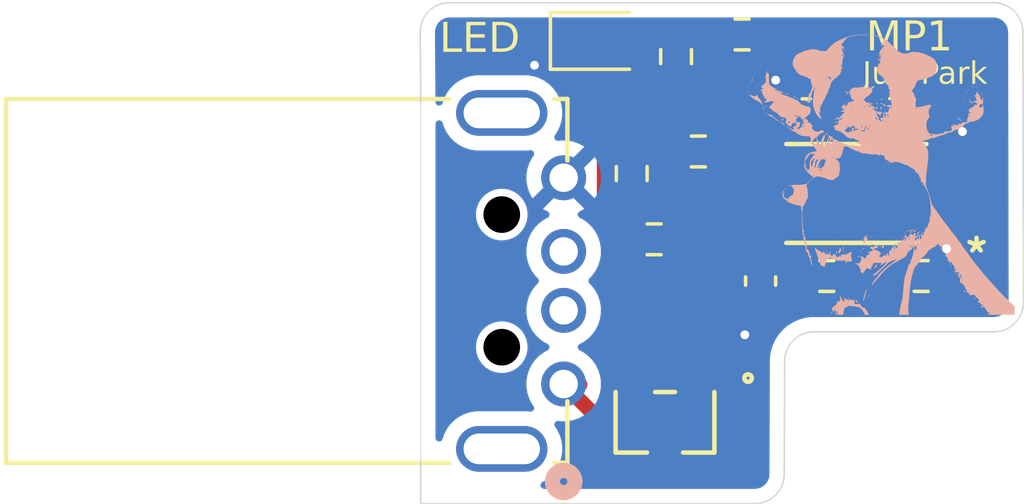
<source format=kicad_pcb>
(kicad_pcb (version 20241229) (generator "pcbnew") (generator_version "9.0")
  (layers (0 "F.Cu" signal) (2 "B.Cu" signal) (13 "F.Paste" user) (15 "B.Paste" user) (5 "F.SilkS" user "F.Silkscreen") (7 "B.SilkS" user "B.Silkscreen") (1 "F.Mask" user) (3 "B.Mask" user) (25 "Edge.Cuts" user))
  (net 0 "")
  (net 1 "+5V")
  (net 3 "GND")
  (net 5 "/VREF")
  (net 6 "/VINB-")
  (net 7 "/LED_VIN")
  (net 8 "/VINB+")
  (net 9 "/VDD")
  (net 10 "/VINA+")
  (net 11 "Net-(D1-A)")
  (net 12 "Net-(R4-Pad1)")
  (net 13 "Net-(R4-Pad2)")
  (footprint "Resistor_SMD:R_0603_1608Metric" (layer "F.Cu") (at 108.81 54.89 -90)
    (property "Reference" "R4" (hide yes))
    (property "Value" "1M" (hide yes))
    (pad "1" smd roundrect (at -0.825 0 270) (size 0.8 0.95) (layers "F.Cu" "F.Mask" "F.Paste") (net 12 "Net-(R4-Pad1)"))
    (pad "2" smd roundrect (at 0.825 0 270) (size 0.8 0.95) (layers "F.Cu" "F.Mask" "F.Paste") (net 13 "Net-(R4-Pad2)"))
  )
  (footprint "MP1-footprints:CAPC17595_95N_KEM" (layer "F.Cu") (at 112.54 62.64 90)
    (property "Reference" "C1" (hide yes))
    (property "Value" "1uF")
    (pad "1" smd rect (at -0.727799 0 90) (size 1.005599 0.949998) (layers "F.Cu" "F.Mask" "F.Paste") (net 1 "+5V"))
    (pad "2" smd rect (at 0.727799 0 90) (size 1.005599 0.949998) (layers "F.Cu" "F.Mask" "F.Paste") (net 3 "GND"))
  )
  (footprint "Resistor_SMD:R_0603_1608Metric" (layer "F.Cu") (at 117.807 52.864999 180)
    (property "Reference" "R5" (hide yes))
    (property "Value" "10k" (hide yes))
    (pad "1" smd roundrect (at -0.825 0 180) (size 0.8 0.95) (layers "F.Cu" "F.Mask" "F.Paste") (net 5 "/VREF"))
    (pad "2" smd roundrect (at 0.825 0 180) (size 0.8 0.95) (layers "F.Cu" "F.Mask" "F.Paste") (net 8 "/VINB+"))
  )
  (footprint "MP1-footprints:SOT-23A_MC_MCH" (layer "F.Cu") (at 109.9385 63.33 180)
    (property "Reference" "U1" (hide yes))
    (property "Value" "MCP1702T-3302E/CB" (hide yes))
    (pad "1" smd rect (at -0.950001 1.1952 180) (size 0.9398 1.3208) (layers "F.Cu" "F.Mask" "F.Paste") (net 3 "GND"))
    (pad "2" smd rect (at 0.950001 1.1952 180) (size 0.9398 1.3208) (layers "F.Cu" "F.Mask" "F.Paste") (net 9 "/VDD"))
    (pad "3" smd rect (at 0 -1.1952 180) (size 0.9398 1.3208) (layers "F.Cu" "F.Mask" "F.Paste") (net 1 "+5V"))
  )
  (footprint "Capacitor_SMD:C_0603_1608Metric" (layer "F.Cu") (at 114.732 52.864999 180)
    (property "Reference" "C3" (hide yes))
    (property "Value" "0.1uF" (hide yes))
    (pad "1" smd roundrect (at -0.775 0 180) (size 0.9 0.95) (layers "F.Cu" "F.Mask" "F.Paste") (net 6 "/VINB-"))
    (pad "2" smd roundrect (at 0.775 0 180) (size 0.9 0.95) (layers "F.Cu" "F.Mask" "F.Paste") (net 3 "GND"))
  )
  (footprint "Resistor_SMD:R_0603_1608Metric" (layer "F.Cu") (at 110.315 50.92 -90)
    (property "Reference" "R3" (hide yes))
    (property "Value" "10k" (hide yes))
    (pad "1" smd roundrect (at -0.825 0 270) (size 0.8 0.95) (layers "F.Cu" "F.Mask" "F.Paste") (net 11 "Net-(D1-A)"))
    (pad "2" smd roundrect (at 0.825 0 270) (size 0.8 0.95) (layers "F.Cu" "F.Mask" "F.Paste") (net 7 "/LED_VIN"))
  )
  (footprint "MP1-footprints:CONN_480370001_MOL" (layer "F.Cu") (at 106.500001 62.03135 -90)
    (property "Reference" "J1" (hide yes))
    (property "Value" "USB_A")
    (fp_line (start 2.545201 4.850001) (end -9.545199 4.850001) (stroke (width 0.0254)) (layer "Edge.Cuts"))
    (pad "" np_thru_hole oval (at -9.2 2.100001 270) (size 1.5494 3.0988) (drill oval 1.0414 2.5908) (layers "*.Cu" "*.Mask"))
    (pad "" np_thru_hole circle (at -5.75 2.100001 270) (size 1.2446 1.2446) (drill 1.2446) (layers))
    (pad "" np_thru_hole circle (at -1.249999 2.100001 270) (size 1.2446 1.2446) (drill 1.2446) (layers))
    (pad "" np_thru_hole oval (at 2.200002 2.100001 270) (size 1.5494 3.0988) (drill oval 1.0414 2.5908) (layers "*.Cu" "*.Mask"))
    (pad "1" thru_hole circle (at 0 0 270) (size 1.524 1.524) (drill 0.9652) (layers "*.Cu" "*.Mask") (net 1 "+5V"))
    (pad "2" thru_hole circle (at -2.499999 0 270) (size 1.524 1.524) (drill 0.9652) (layers "*.Cu" "*.Mask"))
    (pad "3" thru_hole circle (at -4.5 0 270) (size 1.524 1.524) (drill 0.9652) (layers "*.Cu" "*.Mask"))
    (pad "4" thru_hole circle (at -6.999998 0 270) (size 1.524 1.524) (drill 0.9652) (layers "*.Cu" "*.Mask") (net 3 "GND"))
  )
  (footprint "Resistor_SMD:R_0603_1608Metric" (layer "F.Cu") (at 112.555 50.17 180)
    (property "Reference" "R7" (hide yes))
    (property "Value" "10k" (hide yes))
    (pad "1" smd roundrect (at -0.825 0 180) (size 0.8 0.95) (layers "F.Cu" "F.Mask" "F.Paste") (net 8 "/VINB+"))
    (pad "2" smd roundrect (at 0.825 0 180) (size 0.8 0.95) (layers "F.Cu" "F.Mask" "F.Paste") (net 7 "/LED_VIN"))
  )
  (footprint "Resistor_SMD:R_0603_1608Metric" (layer "F.Cu") (at 115.432 58.364999)
    (property "Reference" "R1" (hide yes))
    (property "Value" "10k" (hide yes))
    (pad "1" smd roundrect (at -0.825 0) (size 0.8 0.95) (layers "F.Cu" "F.Mask" "F.Paste") (net 9 "/VDD"))
    (pad "2" smd roundrect (at 0.825 0) (size 0.8 0.95) (layers "F.Cu" "F.Mask" "F.Paste") (net 10 "/VINA+"))
  )
  (footprint "LED_SMD:LED_0805_2012Metric" (layer "F.Cu") (at 107.735 50.39)
    (property "Reference" "D1" (hide yes))
    (property "Value" "LED" (hide yes))
    (pad "1" smd roundrect (at -0.9375 0) (size 0.975 1.4) (layers "F.Cu" "F.Mask" "F.Paste") (net 3 "GND"))
    (pad "2" smd roundrect (at 0.9375 0) (size 0.975 1.4) (layers "F.Cu" "F.Mask" "F.Paste") (net 11 "Net-(D1-A)"))
  )
  (footprint "MP1-footprints:CAPC17595_95N_KEM" (layer "F.Cu") (at 110.55 60.35)
    (property "Reference" "C2" (hide yes))
    (property "Value" "1uF")
    (pad "1" smd rect (at -0.727799 0) (size 1.005599 0.949998) (layers "F.Cu" "F.Mask" "F.Paste") (net 9 "/VDD"))
    (pad "2" smd rect (at 0.727799 0) (size 1.005599 0.949998) (layers "F.Cu" "F.Mask" "F.Paste") (net 3 "GND"))
  )
  (footprint "Resistor_SMD:R_0603_1608Metric" (layer "F.Cu") (at 109.57 57.12 180)
    (property "Reference" "R8" (hide yes))
    (property "Value" "499k" (hide yes))
    (pad "1" smd roundrect (at -0.825 0 180) (size 0.8 0.95) (layers "F.Cu" "F.Mask" "F.Paste") (net 13 "Net-(R4-Pad2)"))
    (pad "2" smd roundrect (at 0.825 0 180) (size 0.8 0.95) (layers "F.Cu" "F.Mask" "F.Paste") (net 7 "/LED_VIN"))
  )
  (footprint "Capacitor_SMD:C_0603_1608Metric" (layer "F.Cu") (at 113.184 58.537 -90)
    (property "Reference" "C4" (hide yes))
    (property "Value" "0.1uF" (hide yes))
    (pad "1" smd roundrect (at -0.775 0 270) (size 0.9 0.95) (layers "F.Cu" "F.Mask" "F.Paste") (net 9 "/VDD"))
    (pad "2" smd roundrect (at 0.775 0 270) (size 0.9 0.95) (layers "F.Cu" "F.Mask" "F.Paste") (net 3 "GND"))
  )
  (footprint "MP1-footprints:TSSOP8_MC_MCH" (layer "F.Cu") (at 116.432 55.564999 180)
    (property "Reference" "U4" (hide yes))
    (property "Value" "MCP6022T-I/ST" (hide yes))
    (fp_text user "*" (at -4.078 -2.050001 0) (layer "F.SilkS"))
    (pad "1" smd rect (at -2.819001 -0.974999 180) (size 1.4732 0.3556) (layers "F.Cu" "F.Mask" "F.Paste") (net 5 "/VREF"))
    (pad "2" smd rect (at -2.819001 -0.325001 180) (size 1.4732 0.3556) (layers "F.Cu" "F.Mask" "F.Paste") (net 5 "/VREF"))
    (pad "3" smd rect (at -2.819001 0.325001 180) (size 1.4732 0.3556) (layers "F.Cu" "F.Mask" "F.Paste") (net 10 "/VINA+"))
    (pad "4" smd rect (at -2.819001 0.974999 180) (size 1.4732 0.3556) (layers "F.Cu" "F.Mask" "F.Paste") (net 3 "GND"))
    (pad "5" smd rect (at 2.819001 0.974999 180) (size 1.4732 0.3556) (layers "F.Cu" "F.Mask" "F.Paste") (net 8 "/VINB+"))
    (pad "6" smd rect (at 2.819001 0.325001 180) (size 1.4732 0.3556) (layers "F.Cu" "F.Mask" "F.Paste") (net 6 "/VINB-"))
    (pad "7" smd rect (at 2.819001 -0.325001 180) (size 1.4732 0.3556) (layers "F.Cu" "F.Mask" "F.Paste") (net 7 "/LED_VIN"))
    (pad "8" smd rect (at 2.819001 -0.974999 180) (size 1.4732 0.3556) (layers "F.Cu" "F.Mask" "F.Paste") (net 9 "/VDD"))
  )
  (footprint "Resistor_SMD:R_0603_1608Metric" (layer "F.Cu") (at 118.632 58.364999)
    (property "Reference" "R2" (hide yes))
    (property "Value" "10k" (hide yes))
    (pad "1" smd roundrect (at -0.825 0) (size 0.8 0.95) (layers "F.Cu" "F.Mask" "F.Paste") (net 10 "/VINA+"))
    (pad "2" smd roundrect (at 0.825 0) (size 0.8 0.95) (layers "F.Cu" "F.Mask" "F.Paste") (net 3 "GND"))
  )
  (footprint "Resistor_SMD:R_0603_1608Metric" (layer "F.Cu") (at 111.07 54.14 180)
    (property "Reference" "R6" (hide yes))
    (property "Value" "3.01M" (hide yes))
    (pad "1" smd roundrect (at -0.825 0 180) (size 0.8 0.95) (layers "F.Cu" "F.Mask" "F.Paste") (net 6 "/VINB-"))
    (pad "2" smd roundrect (at 0.825 0 180) (size 0.8 0.95) (layers "F.Cu" "F.Mask" "F.Paste") (net 12 "Net-(R4-Pad1)"))
  )
  (footprint "LOGO" (layer "B.Cu") (at 117.275 54.92 180)
    (property "Reference" "G***" (hide yes))
    (property "Value" "LOGO" (hide yes))
  )
  (gr_line (start 102.631791 49.09) (end 121.083581 49.09) (stroke (width 0.05)) (layer "Edge.Cuts"))
  (gr_line (start 101.65 65.09) (end 101.65 64.576551) (stroke (width 0.05)) (layer "Edge.Cuts"))
  (gr_line (start 113.998373 61.25657) (end 113.985211 65.093431) (stroke (width 0.05)) (layer "Edge.Cuts"))
  (gr_arc (start 121.083581 49.09) (mid 121.790063 49.382256) (end 122.083579 50.08821) (stroke (width 0.05)) (layer "Edge.Cuts"))
  (gr_line (start 101.65 65.09) (end 101.65 66.09) (stroke (width 0.05)) (layer "Edge.Cuts"))
  (gr_arc (start 122.099998 59.258209) (mid 121.807739 59.966473) (end 121.1 60.26) (stroke (width 0.05)) (layer "Edge.Cuts"))
  (gr_line (start 121.1 60.26) (end 114.998367 60.26) (stroke (width 0.05)) (layer "Edge.Cuts"))
  (gr_line (start 102.631792 66.09) (end 101.65 66.09) (stroke (width 0.05)) (layer "Edge.Cuts"))
  (gr_arc (start 113.985211 65.093431) (mid 113.691111 65.798327) (end 112.985217 66.09) (stroke (width 0.05)) (layer "Edge.Cuts"))
  (gr_line (start 122.083579 50.08821) (end 122.099998 59.258209) (stroke (width 0.05)) (layer "Edge.Cuts"))
  (gr_line (start 101.631791 50.09) (end 101.65 52.486151) (stroke (width 0.05)) (layer "Edge.Cuts"))
  (gr_arc (start 113.998373 61.25657) (mid 114.292473 60.551673) (end 114.998367 60.26) (stroke (width 0.05)) (layer "Edge.Cuts"))
  (gr_arc (start 101.631791 50.09) (mid 101.924684 49.382893) (end 102.631791 49.09) (stroke (width 0.05)) (layer "Edge.Cuts"))
  (gr_line (start 112.985217 66.09) (end 102.631792 66.09) (stroke (width 0.05)) (layer "Edge.Cuts"))
  (gr_text "LED" (at 102.28 50.93 0) (layer "F.SilkS") (effects (font (size 1 1) (thickness 0.1)) (justify left bottom)))
  (gr_text "Jun Park" (at 116.64 51.97 0) (layer "F.SilkS") (effects (font (size 0.75 0.75) (thickness 0.1)) (justify left bottom)))
  (gr_text "MP1" (at 116.76 50.88 0) (layer "F.SilkS") (effects (font (size 1 1) (thickness 0.1)) (justify left bottom)))
  (segment (start 108.993851 64.5252) (end 109.9385 64.5252) (width 0.508) (layer "F.Cu") (net 1))
  (segment (start 106.500001 62.03135) (end 108.993851 64.5252) (width 0.508) (layer "F.Cu") (net 1))
  (segment (start 107 62) (end 107.049999 62.049999) (width 0.508) (layer "F.Cu") (net 1))
  (segment (start 111.095901 63.367799) (end 109.9385 64.5252) (width 0.508) (layer "F.Cu") (net 1))
  (segment (start 106.5 62) (end 107 62) (width 0.508) (layer "F.Cu") (net 1))
  (segment (start 112.54 63.367799) (end 111.095901 63.367799) (width 0.508) (layer "F.Cu") (net 1))
  (segment (start 113.957 52.864999) (end 113.957 51.982) (width 0.508) (layer "F.Cu") (net 3))
  (segment (start 113.184 59.312) (end 113.184 59.825) (width 0.508) (layer "F.Cu") (net 3))
  (segment (start 119.457 58.364999) (end 119.457 57.473) (width 0.508) (layer "F.Cu") (net 3))
  (segment (start 113.184 59.825) (end 112.649 60.36) (width 0.508) (layer "F.Cu") (net 3))
  (segment (start 106.7975 50.39) (end 106.7975 51.215) (width 0.508) (layer "F.Cu") (net 3))
  (segment (start 119.457 57.473) (end 119.49 57.44) (width 0.508) (layer "F.Cu") (net 3))
  (segment (start 112.54 60.469) (end 112.649 60.36) (width 0.508) (layer "F.Cu") (net 3))
  (segment (start 111.1111 61.912201) (end 110.888501 62.1348) (width 0.508) (layer "F.Cu") (net 3))
  (segment (start 112.54 61.912201) (end 112.54 60.469) (width 0.508) (layer "F.Cu") (net 3))
  (segment (start 119.251001 54.59) (end 119.251001 54.245998) (width 0.508) (layer "F.Cu") (net 3))
  (segment (start 119.251001 54.245998) (end 120.032 53.464999) (width 0.508) (layer "F.Cu") (net 3))
  (segment (start 113.957 51.982) (end 113.695 51.72) (width 0.508) (layer "F.Cu") (net 3))
  (segment (start 112.639 60.35) (end 112.649 60.36) (width 0.508) (layer "F.Cu") (net 3))
  (segment (start 106.7975 51.215) (end 105.51 51.215) (width 0.508) (layer "F.Cu") (net 3))
  (segment (start 120.032 53.464999) (end 119.932 53.564999) (width 0.2032) (layer "F.Cu") (net 3))
  (segment (start 112.54 61.912201) (end 111.1111 61.912201) (width 0.508) (layer "F.Cu") (net 3))
  (segment (start 111.277799 60.35) (end 112.639 60.35) (width 0.508) (layer "F.Cu") (net 3))
  (segment (start 119.932 53.564999) (end 119.832 53.564999) (width 0.2032) (layer "F.Cu") (net 3))
  (via (at 112.649 60.36) (size 0.7) (drill 0.3) (layers "F.Cu" "B.Cu") (net 3))
  (via (at 119.49 57.44) (size 0.7) (drill 0.3) (layers "F.Cu" "B.Cu") (net 3))
  (via (at 120.032 53.464999) (size 0.7) (drill 0.3) (layers "F.Cu" "B.Cu") (net 3))
  (via (at 113.695 51.72) (size 0.7) (drill 0.3) (layers "F.Cu" "B.Cu") (net 3))
  (via (at 105.51 51.215) (size 0.7) (drill 0.3) (layers "F.Cu" "B.Cu") (net 3))
  (segment (start 119.251001 55.89) (end 119.251001 56.539998) (width 0.508) (layer "F.Cu") (net 5))
  (segment (start 119.251001 55.89) (end 118.006401 55.89) (width 0.508) (layer "F.Cu") (net 5))
  (segment (start 117.732 53.764999) (end 118.632 52.864999) (width 0.508) (layer "F.Cu") (net 5))
  (segment (start 118.006401 55.89) (end 117.732 55.615599) (width 0.508) (layer "F.Cu") (net 5))
  (segment (start 117.732 55.615599) (end 117.732 53.764999) (width 0.508) (layer "F.Cu") (net 5))
  (segment (start 114.552799 55.239998) (end 115.507 54.285797) (width 0.508) (layer "F.Cu") (net 6))
  (segment (start 115.507 54.285797) (end 115.507 52.864999) (width 0.508) (layer "F.Cu") (net 6))
  (segment (start 111.895 54.6) (end 111.895 54.14) (width 0.508) (layer "F.Cu") (net 6))
  (segment (start 113.612999 55.239998) (end 114.552799 55.239998) (width 0.508) (layer "F.Cu") (net 6))
  (segment (start 113.612999 55.239998) (end 112.604998 55.239998) (width 0.2) (layer "F.Cu") (net 6))
  (segment (start 112.195 54.9) (end 111.895 54.6) (width 0.508) (layer "F.Cu") (net 6))
  (segment (start 112.265 54.9) (end 112.195 54.9) (width 0.508) (layer "F.Cu") (net 6))
  (segment (start 112.604998 55.239998) (end 112.265 54.9) (width 0.2) (layer "F.Cu") (net 6))
  (segment (start 110.871852 58.05) (end 109.675 58.05) (width 0.508) (layer "F.Cu") (net 7))
  (segment (start 109.723148 51.745) (end 110.315 51.745) (width 0.508) (layer "F.Cu") (net 7))
  (segment (start 110.335 51.565) (end 110.335 51.815) (width 0.508) (layer "F.Cu") (net 7))
  (segment (start 107.88 56.255) (end 107.88 53.588148) (width 0.508) (layer "F.Cu") (net 7))
  (segment (start 111.73 50.17) (end 110.335 51.565) (width 0.508) (layer "F.Cu") (net 7))
  (segment (start 107.88 53.588148) (end 109.723148 51.745) (width 0.508) (layer "F.Cu") (net 7))
  (segment (start 112.260199 56.110198) (end 112.260199 56.661653) (width 0.508) (layer "F.Cu") (net 7))
  (segment (start 108.745 57.12) (end 107.88 56.255) (width 0.508) (layer "F.Cu") (net 7))
  (segment (start 112.480397 55.89) (end 113.612999 55.89) (width 0.2032) (layer "F.Cu") (net 7))
  (segment (start 112.480397 55.89) (end 112.260199 56.110198) (width 0.508) (layer "F.Cu") (net 7))
  (segment (start 112.260199 56.661653) (end 110.871852 58.05) (width 0.508) (layer "F.Cu") (net 7))
  (segment (start 109.675 58.05) (end 108.745 57.12) (width 0.508) (layer "F.Cu") (net 7))
  (segment (start 112.317001 51.232999) (end 113.38 50.17) (width 0.508) (layer "F.Cu") (net 8))
  (segment (start 116.882 52.764999) (end 116.982 52.864999) (width 0.2032) (layer "F.Cu") (net 8))
  (segment (start 116.532 51.364999) (end 114.574999 51.364999) (width 0.508) (layer "F.Cu") (net 8))
  (segment (start 116.982 52.864999) (end 116.982 51.814999) (width 0.2032) (layer "F.Cu") (net 8))
  (segment (start 116.932 51.764999) (end 116.532 51.364999) (width 0.508) (layer "F.Cu") (net 8))
  (segment (start 116.982 51.814999) (end 116.932 51.764999) (width 0.2032) (layer "F.Cu") (net 8))
  (segment (start 113.612999 54.59) (end 113.557001 54.59) (width 0.2032) (layer "F.Cu") (net 8))
  (segment (start 113.612999 54.59) (end 113.612999 54.445998) (width 0.2032) (layer "F.Cu") (net 8))
  (segment (start 113.132 53.964999) (end 112.317001 53.15) (width 0.508) (layer "F.Cu") (net 8))
  (segment (start 114.574999 51.364999) (end 113.38 50.17) (width 0.508) (layer "F.Cu") (net 8))
  (segment (start 113.612999 54.445998) (end 113.132 53.964999) (width 0.2032) (layer "F.Cu") (net 8))
  (segment (start 112.317001 53.15) (end 112.317001 51.232999) (width 0.508) (layer "F.Cu") (net 8))
  (segment (start 108.988499 62.1348) (end 108.988499 61.183702) (width 0.508) (layer "F.Cu") (net 9))
  (segment (start 111.581 59.349) (end 113.168 57.762) (width 0.508) (layer "F.Cu") (net 9))
  (segment (start 113.612999 56.539998) (end 113.612999 56.711001) (width 0.2032) (layer "F.Cu") (net 9))
  (segment (start 113.311 57.013) (end 113.184 57.14) (width 0.508) (layer "F.Cu") (net 9))
  (segment (start 113.184 57.762) (end 114.004001 57.762) (width 0.508) (layer "F.Cu") (net 9))
  (segment (start 109.822201 60.118774) (end 110.591975 59.349) (width 0.508) (layer "F.Cu") (net 9))
  (segment (start 108.988499 61.183702) (end 109.822201 60.35) (width 0.508) (layer "F.Cu") (net 9))
  (segment (start 114.004001 57.762) (end 114.607 58.364999) (width 0.508) (layer "F.Cu") (net 9))
  (segment (start 113.612999 56.711001) (end 113.311 57.013) (width 0.2032) (layer "F.Cu") (net 9))
  (segment (start 113.168 57.762) (end 113.184 57.762) (width 0.508) (layer "F.Cu") (net 9))
  (segment (start 113.184 57.14) (end 113.184 57.762) (width 0.508) (layer "F.Cu") (net 9))
  (segment (start 109.822201 60.35) (end 109.822201 60.118774) (width 0.508) (layer "F.Cu") (net 9))
  (segment (start 110.591975 59.349) (end 111.581 59.349) (width 0.508) (layer "F.Cu") (net 9))
  (segment (start 118.372001 59.405) (end 120.005 59.405) (width 0.508) (layer "F.Cu") (net 10))
  (segment (start 120.65 58.745441) (end 120.83 58.565441) (width 0.508) (layer "F.Cu") (net 10))
  (segment (start 117.807 58.839999) (end 118.372001 59.405) (width 0.508) (layer "F.Cu") (net 10))
  (segment (start 120.832 55.264999) (end 119.276002 55.264999) (width 0.2032) (layer "F.Cu") (net 10))
  (segment (start 119.276002 55.264999) (end 119.251001 55.239998) (width 0.2032) (layer "F.Cu") (net 10))
  (segment (start 120.65 58.76) (end 120.65 58.745441) (width 0.508) (layer "F.Cu") (net 10))
  (segment (start 120.005 59.405) (end 120.65 58.76) (width 0.508) (layer "F.Cu") (net 10))
  (segment (start 116.257 58.364999) (end 117.807 58.364999) (width 0.508) (layer "F.Cu") (net 10))
  (segment (start 117.807 58.364999) (end 117.807 58.839999) (width 0.508) (layer "F.Cu") (net 10))
  (segment (start 120.83 55.266999) (end 120.832 55.264999) (width 0.508) (layer "F.Cu") (net 10))
  (segment (start 120.83 58.565441) (end 120.83 55.266999) (width 0.508) (layer "F.Cu") (net 10))
  (segment (start 110.335 50.165) (end 108.8975 50.165) (width 0.508) (layer "F.Cu") (net 11))
  (segment (start 108.8975 50.165) (end 108.6725 50.39) (width 0.508) (layer "F.Cu") (net 11))
  (segment (start 110.245 54.14) (end 108.885 54.14) (width 0.508) (layer "F.Cu") (net 12))
  (segment (start 108.885 54.14) (end 108.81 54.065) (width 0.508) (layer "F.Cu") (net 12))
  (segment (start 110.13 55.37) (end 109.315 55.37) (width 0.508) (layer "F.Cu") (net 13))
  (segment (start 110.395 57.12) (end 110.395 55.635) (width 0.508) (layer "F.Cu") (net 13))
  (segment (start 109.315 55.37) (end 108.97 55.715) (width 0.508) (layer "F.Cu") (net 13))
  (segment (start 108.97 55.715) (end 108.81 55.715) (width 0.508) (layer "F.Cu") (net 13))
  (segment (start 110.395 55.635) (end 110.13 55.37) (width 0.508) (layer "F.Cu") (net 13))
  (zone (net 3) (net_name "GND") (layer "B.Cu") (connect_pads (clearance 0.5)) (min_thickness 0.25) (fill yes (thermal_gap 0.5) (thermal_bridge_width 0.5))
    (polygon (pts (xy 101.65 49) (xy 101.65 66) (xy 114 66) (xy 114.02 60.17) (xy 122.12 60.17) (xy 122.1 49)))
  )
)
</source>
